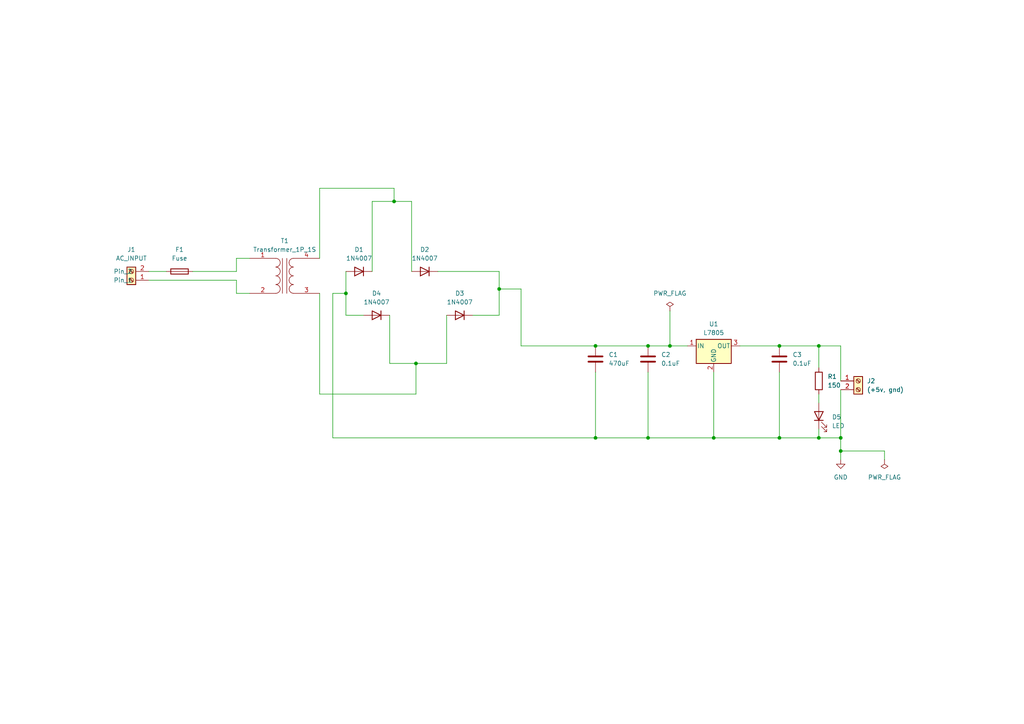
<source format=kicad_sch>
(kicad_sch
	(version 20250114)
	(generator "eeschema")
	(generator_version "9.0")
	(uuid "7ac121f9-4bd8-4c53-972f-fd111d030a6e")
	(paper "A4")
	(lib_symbols
		(symbol "+3.7v:GND"
			(power)
			(pin_numbers
				(hide yes)
			)
			(pin_names
				(offset 0)
				(hide yes)
			)
			(exclude_from_sim no)
			(in_bom yes)
			(on_board yes)
			(property "Reference" "#PWR"
				(at 0 -6.35 0)
				(effects
					(font
						(size 1.27 1.27)
					)
					(hide yes)
				)
			)
			(property "Value" "GND"
				(at 0 -3.81 0)
				(effects
					(font
						(size 1.27 1.27)
					)
				)
			)
			(property "Footprint" ""
				(at 0 0 0)
				(effects
					(font
						(size 1.27 1.27)
					)
					(hide yes)
				)
			)
			(property "Datasheet" ""
				(at 0 0 0)
				(effects
					(font
						(size 1.27 1.27)
					)
					(hide yes)
				)
			)
			(property "Description" "Power symbol creates a global label with name \"GND\" , ground"
				(at 0 0 0)
				(effects
					(font
						(size 1.27 1.27)
					)
					(hide yes)
				)
			)
			(property "ki_keywords" "global power"
				(at 0 0 0)
				(effects
					(font
						(size 1.27 1.27)
					)
					(hide yes)
				)
			)
			(symbol "GND_0_1"
				(polyline
					(pts
						(xy 0 0) (xy 0 -1.27) (xy 1.27 -1.27) (xy 0 -2.54) (xy -1.27 -1.27) (xy 0 -1.27)
					)
					(stroke
						(width 0)
						(type default)
					)
					(fill
						(type none)
					)
				)
			)
			(symbol "GND_1_1"
				(pin power_in line
					(at 0 0 270)
					(length 0)
					(name "~"
						(effects
							(font
								(size 1.27 1.27)
							)
						)
					)
					(number "1"
						(effects
							(font
								(size 1.27 1.27)
							)
						)
					)
				)
			)
			(embedded_fonts no)
		)
		(symbol "Connector:Screw_Terminal_01x02"
			(pin_names
				(offset 1.016)
				(hide yes)
			)
			(exclude_from_sim no)
			(in_bom yes)
			(on_board yes)
			(property "Reference" "J"
				(at 0 2.54 0)
				(effects
					(font
						(size 1.27 1.27)
					)
				)
			)
			(property "Value" "Screw_Terminal_01x02"
				(at 0 -5.08 0)
				(effects
					(font
						(size 1.27 1.27)
					)
				)
			)
			(property "Footprint" ""
				(at 0 0 0)
				(effects
					(font
						(size 1.27 1.27)
					)
					(hide yes)
				)
			)
			(property "Datasheet" "~"
				(at 0 0 0)
				(effects
					(font
						(size 1.27 1.27)
					)
					(hide yes)
				)
			)
			(property "Description" "Generic screw terminal, single row, 01x02, script generated (kicad-library-utils/schlib/autogen/connector/)"
				(at 0 0 0)
				(effects
					(font
						(size 1.27 1.27)
					)
					(hide yes)
				)
			)
			(property "ki_keywords" "screw terminal"
				(at 0 0 0)
				(effects
					(font
						(size 1.27 1.27)
					)
					(hide yes)
				)
			)
			(property "ki_fp_filters" "TerminalBlock*:*"
				(at 0 0 0)
				(effects
					(font
						(size 1.27 1.27)
					)
					(hide yes)
				)
			)
			(symbol "Screw_Terminal_01x02_1_1"
				(rectangle
					(start -1.27 1.27)
					(end 1.27 -3.81)
					(stroke
						(width 0.254)
						(type default)
					)
					(fill
						(type background)
					)
				)
				(polyline
					(pts
						(xy -0.5334 0.3302) (xy 0.3302 -0.508)
					)
					(stroke
						(width 0.1524)
						(type default)
					)
					(fill
						(type none)
					)
				)
				(polyline
					(pts
						(xy -0.5334 -2.2098) (xy 0.3302 -3.048)
					)
					(stroke
						(width 0.1524)
						(type default)
					)
					(fill
						(type none)
					)
				)
				(polyline
					(pts
						(xy -0.3556 0.508) (xy 0.508 -0.3302)
					)
					(stroke
						(width 0.1524)
						(type default)
					)
					(fill
						(type none)
					)
				)
				(polyline
					(pts
						(xy -0.3556 -2.032) (xy 0.508 -2.8702)
					)
					(stroke
						(width 0.1524)
						(type default)
					)
					(fill
						(type none)
					)
				)
				(circle
					(center 0 0)
					(radius 0.635)
					(stroke
						(width 0.1524)
						(type default)
					)
					(fill
						(type none)
					)
				)
				(circle
					(center 0 -2.54)
					(radius 0.635)
					(stroke
						(width 0.1524)
						(type default)
					)
					(fill
						(type none)
					)
				)
				(pin passive line
					(at -5.08 0 0)
					(length 3.81)
					(name "Pin_1"
						(effects
							(font
								(size 1.27 1.27)
							)
						)
					)
					(number "1"
						(effects
							(font
								(size 1.27 1.27)
							)
						)
					)
				)
				(pin passive line
					(at -5.08 -2.54 0)
					(length 3.81)
					(name "Pin_2"
						(effects
							(font
								(size 1.27 1.27)
							)
						)
					)
					(number "2"
						(effects
							(font
								(size 1.27 1.27)
							)
						)
					)
				)
			)
			(embedded_fonts no)
		)
		(symbol "Device:C"
			(pin_numbers
				(hide yes)
			)
			(pin_names
				(offset 0.254)
			)
			(exclude_from_sim no)
			(in_bom yes)
			(on_board yes)
			(property "Reference" "C"
				(at 0.635 2.54 0)
				(effects
					(font
						(size 1.27 1.27)
					)
					(justify left)
				)
			)
			(property "Value" "C"
				(at 0.635 -2.54 0)
				(effects
					(font
						(size 1.27 1.27)
					)
					(justify left)
				)
			)
			(property "Footprint" ""
				(at 0.9652 -3.81 0)
				(effects
					(font
						(size 1.27 1.27)
					)
					(hide yes)
				)
			)
			(property "Datasheet" "~"
				(at 0 0 0)
				(effects
					(font
						(size 1.27 1.27)
					)
					(hide yes)
				)
			)
			(property "Description" "Unpolarized capacitor"
				(at 0 0 0)
				(effects
					(font
						(size 1.27 1.27)
					)
					(hide yes)
				)
			)
			(property "ki_keywords" "cap capacitor"
				(at 0 0 0)
				(effects
					(font
						(size 1.27 1.27)
					)
					(hide yes)
				)
			)
			(property "ki_fp_filters" "C_*"
				(at 0 0 0)
				(effects
					(font
						(size 1.27 1.27)
					)
					(hide yes)
				)
			)
			(symbol "C_0_1"
				(polyline
					(pts
						(xy -2.032 0.762) (xy 2.032 0.762)
					)
					(stroke
						(width 0.508)
						(type default)
					)
					(fill
						(type none)
					)
				)
				(polyline
					(pts
						(xy -2.032 -0.762) (xy 2.032 -0.762)
					)
					(stroke
						(width 0.508)
						(type default)
					)
					(fill
						(type none)
					)
				)
			)
			(symbol "C_1_1"
				(pin passive line
					(at 0 3.81 270)
					(length 2.794)
					(name "~"
						(effects
							(font
								(size 1.27 1.27)
							)
						)
					)
					(number "1"
						(effects
							(font
								(size 1.27 1.27)
							)
						)
					)
				)
				(pin passive line
					(at 0 -3.81 90)
					(length 2.794)
					(name "~"
						(effects
							(font
								(size 1.27 1.27)
							)
						)
					)
					(number "2"
						(effects
							(font
								(size 1.27 1.27)
							)
						)
					)
				)
			)
			(embedded_fonts no)
		)
		(symbol "Device:Fuse"
			(pin_numbers
				(hide yes)
			)
			(pin_names
				(offset 0)
			)
			(exclude_from_sim no)
			(in_bom yes)
			(on_board yes)
			(property "Reference" "F"
				(at 2.032 0 90)
				(effects
					(font
						(size 1.27 1.27)
					)
				)
			)
			(property "Value" "Fuse"
				(at -1.905 0 90)
				(effects
					(font
						(size 1.27 1.27)
					)
				)
			)
			(property "Footprint" ""
				(at -1.778 0 90)
				(effects
					(font
						(size 1.27 1.27)
					)
					(hide yes)
				)
			)
			(property "Datasheet" "~"
				(at 0 0 0)
				(effects
					(font
						(size 1.27 1.27)
					)
					(hide yes)
				)
			)
			(property "Description" "Fuse"
				(at 0 0 0)
				(effects
					(font
						(size 1.27 1.27)
					)
					(hide yes)
				)
			)
			(property "ki_keywords" "fuse"
				(at 0 0 0)
				(effects
					(font
						(size 1.27 1.27)
					)
					(hide yes)
				)
			)
			(property "ki_fp_filters" "*Fuse*"
				(at 0 0 0)
				(effects
					(font
						(size 1.27 1.27)
					)
					(hide yes)
				)
			)
			(symbol "Fuse_0_1"
				(rectangle
					(start -0.762 -2.54)
					(end 0.762 2.54)
					(stroke
						(width 0.254)
						(type default)
					)
					(fill
						(type none)
					)
				)
				(polyline
					(pts
						(xy 0 2.54) (xy 0 -2.54)
					)
					(stroke
						(width 0)
						(type default)
					)
					(fill
						(type none)
					)
				)
			)
			(symbol "Fuse_1_1"
				(pin passive line
					(at 0 3.81 270)
					(length 1.27)
					(name "~"
						(effects
							(font
								(size 1.27 1.27)
							)
						)
					)
					(number "1"
						(effects
							(font
								(size 1.27 1.27)
							)
						)
					)
				)
				(pin passive line
					(at 0 -3.81 90)
					(length 1.27)
					(name "~"
						(effects
							(font
								(size 1.27 1.27)
							)
						)
					)
					(number "2"
						(effects
							(font
								(size 1.27 1.27)
							)
						)
					)
				)
			)
			(embedded_fonts no)
		)
		(symbol "Device:LED"
			(pin_numbers
				(hide yes)
			)
			(pin_names
				(offset 1.016)
				(hide yes)
			)
			(exclude_from_sim no)
			(in_bom yes)
			(on_board yes)
			(property "Reference" "D"
				(at 0 2.54 0)
				(effects
					(font
						(size 1.27 1.27)
					)
				)
			)
			(property "Value" "LED"
				(at 0 -2.54 0)
				(effects
					(font
						(size 1.27 1.27)
					)
				)
			)
			(property "Footprint" ""
				(at 0 0 0)
				(effects
					(font
						(size 1.27 1.27)
					)
					(hide yes)
				)
			)
			(property "Datasheet" "~"
				(at 0 0 0)
				(effects
					(font
						(size 1.27 1.27)
					)
					(hide yes)
				)
			)
			(property "Description" "Light emitting diode"
				(at 0 0 0)
				(effects
					(font
						(size 1.27 1.27)
					)
					(hide yes)
				)
			)
			(property "Sim.Pins" "1=K 2=A"
				(at 0 0 0)
				(effects
					(font
						(size 1.27 1.27)
					)
					(hide yes)
				)
			)
			(property "ki_keywords" "LED diode"
				(at 0 0 0)
				(effects
					(font
						(size 1.27 1.27)
					)
					(hide yes)
				)
			)
			(property "ki_fp_filters" "LED* LED_SMD:* LED_THT:*"
				(at 0 0 0)
				(effects
					(font
						(size 1.27 1.27)
					)
					(hide yes)
				)
			)
			(symbol "LED_0_1"
				(polyline
					(pts
						(xy -3.048 -0.762) (xy -4.572 -2.286) (xy -3.81 -2.286) (xy -4.572 -2.286) (xy -4.572 -1.524)
					)
					(stroke
						(width 0)
						(type default)
					)
					(fill
						(type none)
					)
				)
				(polyline
					(pts
						(xy -1.778 -0.762) (xy -3.302 -2.286) (xy -2.54 -2.286) (xy -3.302 -2.286) (xy -3.302 -1.524)
					)
					(stroke
						(width 0)
						(type default)
					)
					(fill
						(type none)
					)
				)
				(polyline
					(pts
						(xy -1.27 0) (xy 1.27 0)
					)
					(stroke
						(width 0)
						(type default)
					)
					(fill
						(type none)
					)
				)
				(polyline
					(pts
						(xy -1.27 -1.27) (xy -1.27 1.27)
					)
					(stroke
						(width 0.254)
						(type default)
					)
					(fill
						(type none)
					)
				)
				(polyline
					(pts
						(xy 1.27 -1.27) (xy 1.27 1.27) (xy -1.27 0) (xy 1.27 -1.27)
					)
					(stroke
						(width 0.254)
						(type default)
					)
					(fill
						(type none)
					)
				)
			)
			(symbol "LED_1_1"
				(pin passive line
					(at -3.81 0 0)
					(length 2.54)
					(name "K"
						(effects
							(font
								(size 1.27 1.27)
							)
						)
					)
					(number "1"
						(effects
							(font
								(size 1.27 1.27)
							)
						)
					)
				)
				(pin passive line
					(at 3.81 0 180)
					(length 2.54)
					(name "A"
						(effects
							(font
								(size 1.27 1.27)
							)
						)
					)
					(number "2"
						(effects
							(font
								(size 1.27 1.27)
							)
						)
					)
				)
			)
			(embedded_fonts no)
		)
		(symbol "Device:R"
			(pin_numbers
				(hide yes)
			)
			(pin_names
				(offset 0)
			)
			(exclude_from_sim no)
			(in_bom yes)
			(on_board yes)
			(property "Reference" "R"
				(at 2.032 0 90)
				(effects
					(font
						(size 1.27 1.27)
					)
				)
			)
			(property "Value" "R"
				(at 0 0 90)
				(effects
					(font
						(size 1.27 1.27)
					)
				)
			)
			(property "Footprint" ""
				(at -1.778 0 90)
				(effects
					(font
						(size 1.27 1.27)
					)
					(hide yes)
				)
			)
			(property "Datasheet" "~"
				(at 0 0 0)
				(effects
					(font
						(size 1.27 1.27)
					)
					(hide yes)
				)
			)
			(property "Description" "Resistor"
				(at 0 0 0)
				(effects
					(font
						(size 1.27 1.27)
					)
					(hide yes)
				)
			)
			(property "ki_keywords" "R res resistor"
				(at 0 0 0)
				(effects
					(font
						(size 1.27 1.27)
					)
					(hide yes)
				)
			)
			(property "ki_fp_filters" "R_*"
				(at 0 0 0)
				(effects
					(font
						(size 1.27 1.27)
					)
					(hide yes)
				)
			)
			(symbol "R_0_1"
				(rectangle
					(start -1.016 -2.54)
					(end 1.016 2.54)
					(stroke
						(width 0.254)
						(type default)
					)
					(fill
						(type none)
					)
				)
			)
			(symbol "R_1_1"
				(pin passive line
					(at 0 3.81 270)
					(length 1.27)
					(name "~"
						(effects
							(font
								(size 1.27 1.27)
							)
						)
					)
					(number "1"
						(effects
							(font
								(size 1.27 1.27)
							)
						)
					)
				)
				(pin passive line
					(at 0 -3.81 90)
					(length 1.27)
					(name "~"
						(effects
							(font
								(size 1.27 1.27)
							)
						)
					)
					(number "2"
						(effects
							(font
								(size 1.27 1.27)
							)
						)
					)
				)
			)
			(embedded_fonts no)
		)
		(symbol "Device:Transformer_1P_1S"
			(pin_names
				(offset 1.016)
				(hide yes)
			)
			(exclude_from_sim no)
			(in_bom yes)
			(on_board yes)
			(property "Reference" "T"
				(at 0 6.35 0)
				(effects
					(font
						(size 1.27 1.27)
					)
				)
			)
			(property "Value" "Transformer_1P_1S"
				(at 0 -7.62 0)
				(effects
					(font
						(size 1.27 1.27)
					)
				)
			)
			(property "Footprint" ""
				(at 0 0 0)
				(effects
					(font
						(size 1.27 1.27)
					)
					(hide yes)
				)
			)
			(property "Datasheet" "~"
				(at 0 0 0)
				(effects
					(font
						(size 1.27 1.27)
					)
					(hide yes)
				)
			)
			(property "Description" "Transformer, single primary, single secondary"
				(at 0 0 0)
				(effects
					(font
						(size 1.27 1.27)
					)
					(hide yes)
				)
			)
			(property "ki_keywords" "transformer coil magnet"
				(at 0 0 0)
				(effects
					(font
						(size 1.27 1.27)
					)
					(hide yes)
				)
			)
			(symbol "Transformer_1P_1S_0_1"
				(arc
					(start -1.27 3.81)
					(mid -1.656 2.9336)
					(end -2.54 2.5654)
					(stroke
						(width 0)
						(type default)
					)
					(fill
						(type none)
					)
				)
				(arc
					(start -1.27 1.27)
					(mid -1.656 0.3936)
					(end -2.54 0.0254)
					(stroke
						(width 0)
						(type default)
					)
					(fill
						(type none)
					)
				)
				(arc
					(start -1.27 -1.27)
					(mid -1.656 -2.1464)
					(end -2.54 -2.5146)
					(stroke
						(width 0)
						(type default)
					)
					(fill
						(type none)
					)
				)
				(arc
					(start -1.27 -3.81)
					(mid -1.656 -4.6864)
					(end -2.54 -5.0546)
					(stroke
						(width 0)
						(type default)
					)
					(fill
						(type none)
					)
				)
				(arc
					(start -2.54 5.08)
					(mid -1.642 4.708)
					(end -1.27 3.81)
					(stroke
						(width 0)
						(type default)
					)
					(fill
						(type none)
					)
				)
				(arc
					(start -2.54 2.54)
					(mid -1.642 2.168)
					(end -1.27 1.27)
					(stroke
						(width 0)
						(type default)
					)
					(fill
						(type none)
					)
				)
				(arc
					(start -2.54 0)
					(mid -1.642 -0.372)
					(end -1.27 -1.27)
					(stroke
						(width 0)
						(type default)
					)
					(fill
						(type none)
					)
				)
				(arc
					(start -2.54 -2.54)
					(mid -1.642 -2.912)
					(end -1.27 -3.81)
					(stroke
						(width 0)
						(type default)
					)
					(fill
						(type none)
					)
				)
				(polyline
					(pts
						(xy -0.635 5.08) (xy -0.635 -5.08)
					)
					(stroke
						(width 0)
						(type default)
					)
					(fill
						(type none)
					)
				)
				(polyline
					(pts
						(xy 0.635 -5.08) (xy 0.635 5.08)
					)
					(stroke
						(width 0)
						(type default)
					)
					(fill
						(type none)
					)
				)
				(arc
					(start 1.2954 3.81)
					(mid 1.6457 4.7117)
					(end 2.54 5.08)
					(stroke
						(width 0)
						(type default)
					)
					(fill
						(type none)
					)
				)
				(arc
					(start 1.2954 1.27)
					(mid 1.6457 2.1717)
					(end 2.54 2.54)
					(stroke
						(width 0)
						(type default)
					)
					(fill
						(type none)
					)
				)
				(arc
					(start 1.2954 -1.27)
					(mid 1.6457 -0.3683)
					(end 2.54 0)
					(stroke
						(width 0)
						(type default)
					)
					(fill
						(type none)
					)
				)
				(arc
					(start 2.54 2.5654)
					(mid 1.6599 2.9299)
					(end 1.2954 3.81)
					(stroke
						(width 0)
						(type default)
					)
					(fill
						(type none)
					)
				)
				(arc
					(start 2.54 0.0254)
					(mid 1.6599 0.3899)
					(end 1.2954 1.27)
					(stroke
						(width 0)
						(type default)
					)
					(fill
						(type none)
					)
				)
				(arc
					(start 2.54 -2.5146)
					(mid 1.6599 -2.1501)
					(end 1.2954 -1.27)
					(stroke
						(width 0)
						(type default)
					)
					(fill
						(type none)
					)
				)
				(arc
					(start 1.3208 -3.81)
					(mid 1.6711 -2.9085)
					(end 2.5654 -2.54)
					(stroke
						(width 0)
						(type default)
					)
					(fill
						(type none)
					)
				)
				(arc
					(start 2.5654 -5.0546)
					(mid 1.6851 -4.6902)
					(end 1.3208 -3.81)
					(stroke
						(width 0)
						(type default)
					)
					(fill
						(type none)
					)
				)
			)
			(symbol "Transformer_1P_1S_1_1"
				(pin passive line
					(at -10.16 5.08 0)
					(length 7.62)
					(name "AA"
						(effects
							(font
								(size 1.27 1.27)
							)
						)
					)
					(number "1"
						(effects
							(font
								(size 1.27 1.27)
							)
						)
					)
				)
				(pin passive line
					(at -10.16 -5.08 0)
					(length 7.62)
					(name "AB"
						(effects
							(font
								(size 1.27 1.27)
							)
						)
					)
					(number "2"
						(effects
							(font
								(size 1.27 1.27)
							)
						)
					)
				)
				(pin passive line
					(at 10.16 5.08 180)
					(length 7.62)
					(name "SB"
						(effects
							(font
								(size 1.27 1.27)
							)
						)
					)
					(number "4"
						(effects
							(font
								(size 1.27 1.27)
							)
						)
					)
				)
				(pin passive line
					(at 10.16 -5.08 180)
					(length 7.62)
					(name "SA"
						(effects
							(font
								(size 1.27 1.27)
							)
						)
					)
					(number "3"
						(effects
							(font
								(size 1.27 1.27)
							)
						)
					)
				)
			)
			(embedded_fonts no)
		)
		(symbol "Diode:1N4007"
			(pin_numbers
				(hide yes)
			)
			(pin_names
				(hide yes)
			)
			(exclude_from_sim no)
			(in_bom yes)
			(on_board yes)
			(property "Reference" "D"
				(at 0 2.54 0)
				(effects
					(font
						(size 1.27 1.27)
					)
				)
			)
			(property "Value" "1N4007"
				(at 0 -2.54 0)
				(effects
					(font
						(size 1.27 1.27)
					)
				)
			)
			(property "Footprint" "Diode_THT:D_DO-41_SOD81_P10.16mm_Horizontal"
				(at 0 -4.445 0)
				(effects
					(font
						(size 1.27 1.27)
					)
					(hide yes)
				)
			)
			(property "Datasheet" "http://www.vishay.com/docs/88503/1n4001.pdf"
				(at 0 0 0)
				(effects
					(font
						(size 1.27 1.27)
					)
					(hide yes)
				)
			)
			(property "Description" "1000V 1A General Purpose Rectifier Diode, DO-41"
				(at 0 0 0)
				(effects
					(font
						(size 1.27 1.27)
					)
					(hide yes)
				)
			)
			(property "Sim.Device" "D"
				(at 0 0 0)
				(effects
					(font
						(size 1.27 1.27)
					)
					(hide yes)
				)
			)
			(property "Sim.Pins" "1=K 2=A"
				(at 0 0 0)
				(effects
					(font
						(size 1.27 1.27)
					)
					(hide yes)
				)
			)
			(property "ki_keywords" "diode"
				(at 0 0 0)
				(effects
					(font
						(size 1.27 1.27)
					)
					(hide yes)
				)
			)
			(property "ki_fp_filters" "D*DO?41*"
				(at 0 0 0)
				(effects
					(font
						(size 1.27 1.27)
					)
					(hide yes)
				)
			)
			(symbol "1N4007_0_1"
				(polyline
					(pts
						(xy -1.27 1.27) (xy -1.27 -1.27)
					)
					(stroke
						(width 0.254)
						(type default)
					)
					(fill
						(type none)
					)
				)
				(polyline
					(pts
						(xy 1.27 1.27) (xy 1.27 -1.27) (xy -1.27 0) (xy 1.27 1.27)
					)
					(stroke
						(width 0.254)
						(type default)
					)
					(fill
						(type none)
					)
				)
				(polyline
					(pts
						(xy 1.27 0) (xy -1.27 0)
					)
					(stroke
						(width 0)
						(type default)
					)
					(fill
						(type none)
					)
				)
			)
			(symbol "1N4007_1_1"
				(pin passive line
					(at -3.81 0 0)
					(length 2.54)
					(name "K"
						(effects
							(font
								(size 1.27 1.27)
							)
						)
					)
					(number "1"
						(effects
							(font
								(size 1.27 1.27)
							)
						)
					)
				)
				(pin passive line
					(at 3.81 0 180)
					(length 2.54)
					(name "A"
						(effects
							(font
								(size 1.27 1.27)
							)
						)
					)
					(number "2"
						(effects
							(font
								(size 1.27 1.27)
							)
						)
					)
				)
			)
			(embedded_fonts no)
		)
		(symbol "Regulator_Linear:L7805"
			(pin_names
				(offset 0.254)
			)
			(exclude_from_sim no)
			(in_bom yes)
			(on_board yes)
			(property "Reference" "U"
				(at -3.81 3.175 0)
				(effects
					(font
						(size 1.27 1.27)
					)
				)
			)
			(property "Value" "L7805"
				(at 0 3.175 0)
				(effects
					(font
						(size 1.27 1.27)
					)
					(justify left)
				)
			)
			(property "Footprint" ""
				(at 0.635 -3.81 0)
				(effects
					(font
						(size 1.27 1.27)
						(italic yes)
					)
					(justify left)
					(hide yes)
				)
			)
			(property "Datasheet" "http://www.st.com/content/ccc/resource/technical/document/datasheet/41/4f/b3/b0/12/d4/47/88/CD00000444.pdf/files/CD00000444.pdf/jcr:content/translations/en.CD00000444.pdf"
				(at 0 -1.27 0)
				(effects
					(font
						(size 1.27 1.27)
					)
					(hide yes)
				)
			)
			(property "Description" "Positive 1.5A 35V Linear Regulator, Fixed Output 5V, TO-220/TO-263/TO-252"
				(at 0 0 0)
				(effects
					(font
						(size 1.27 1.27)
					)
					(hide yes)
				)
			)
			(property "ki_keywords" "Voltage Regulator 1.5A Positive"
				(at 0 0 0)
				(effects
					(font
						(size 1.27 1.27)
					)
					(hide yes)
				)
			)
			(property "ki_fp_filters" "TO?252* TO?263* TO?220*"
				(at 0 0 0)
				(effects
					(font
						(size 1.27 1.27)
					)
					(hide yes)
				)
			)
			(symbol "L7805_0_1"
				(rectangle
					(start -5.08 1.905)
					(end 5.08 -5.08)
					(stroke
						(width 0.254)
						(type default)
					)
					(fill
						(type background)
					)
				)
			)
			(symbol "L7805_1_1"
				(pin power_in line
					(at -7.62 0 0)
					(length 2.54)
					(name "IN"
						(effects
							(font
								(size 1.27 1.27)
							)
						)
					)
					(number "1"
						(effects
							(font
								(size 1.27 1.27)
							)
						)
					)
				)
				(pin power_in line
					(at 0 -7.62 90)
					(length 2.54)
					(name "GND"
						(effects
							(font
								(size 1.27 1.27)
							)
						)
					)
					(number "2"
						(effects
							(font
								(size 1.27 1.27)
							)
						)
					)
				)
				(pin power_out line
					(at 7.62 0 180)
					(length 2.54)
					(name "OUT"
						(effects
							(font
								(size 1.27 1.27)
							)
						)
					)
					(number "3"
						(effects
							(font
								(size 1.27 1.27)
							)
						)
					)
				)
			)
			(embedded_fonts no)
		)
		(symbol "Screw_Terminal_01x02_1"
			(pin_names
				(offset 1.016)
			)
			(exclude_from_sim no)
			(in_bom yes)
			(on_board yes)
			(property "Reference" "J"
				(at 0 2.54 0)
				(effects
					(font
						(size 1.27 1.27)
					)
				)
			)
			(property "Value" "Screw_Terminal_01x02"
				(at 0 -5.08 0)
				(effects
					(font
						(size 1.27 1.27)
					)
				)
			)
			(property "Footprint" ""
				(at 0 0 0)
				(effects
					(font
						(size 1.27 1.27)
					)
					(hide yes)
				)
			)
			(property "Datasheet" "~"
				(at 0 0 0)
				(effects
					(font
						(size 1.27 1.27)
					)
					(hide yes)
				)
			)
			(property "Description" "Generic screw terminal, single row, 01x02, script generated (kicad-library-utils/schlib/autogen/connector/)"
				(at 0 0 0)
				(effects
					(font
						(size 1.27 1.27)
					)
					(hide yes)
				)
			)
			(property "ki_keywords" "screw terminal"
				(at 0 0 0)
				(effects
					(font
						(size 1.27 1.27)
					)
					(hide yes)
				)
			)
			(property "ki_fp_filters" "TerminalBlock*:*"
				(at 0 0 0)
				(effects
					(font
						(size 1.27 1.27)
					)
					(hide yes)
				)
			)
			(symbol "Screw_Terminal_01x02_1_1_1"
				(rectangle
					(start -1.27 1.27)
					(end 1.27 -3.81)
					(stroke
						(width 0.254)
						(type default)
					)
					(fill
						(type background)
					)
				)
				(polyline
					(pts
						(xy -0.5334 0.3302) (xy 0.3302 -0.508)
					)
					(stroke
						(width 0.1524)
						(type default)
					)
					(fill
						(type none)
					)
				)
				(polyline
					(pts
						(xy -0.5334 -2.2098) (xy 0.3302 -3.048)
					)
					(stroke
						(width 0.1524)
						(type default)
					)
					(fill
						(type none)
					)
				)
				(polyline
					(pts
						(xy -0.3556 0.508) (xy 0.508 -0.3302)
					)
					(stroke
						(width 0.1524)
						(type default)
					)
					(fill
						(type none)
					)
				)
				(polyline
					(pts
						(xy -0.3556 -2.032) (xy 0.508 -2.8702)
					)
					(stroke
						(width 0.1524)
						(type default)
					)
					(fill
						(type none)
					)
				)
				(circle
					(center 0 0)
					(radius 0.635)
					(stroke
						(width 0.1524)
						(type default)
					)
					(fill
						(type none)
					)
				)
				(circle
					(center 0 -2.54)
					(radius 0.635)
					(stroke
						(width 0.1524)
						(type default)
					)
					(fill
						(type none)
					)
				)
				(pin passive line
					(at -5.08 0 0)
					(length 3.81)
					(name "Pin_1"
						(effects
							(font
								(size 1.27 1.27)
							)
						)
					)
					(number "1"
						(effects
							(font
								(size 1.27 1.27)
							)
						)
					)
				)
				(pin passive line
					(at -5.08 -2.54 0)
					(length 3.81)
					(name "Pin_2"
						(effects
							(font
								(size 1.27 1.27)
							)
						)
					)
					(number "2"
						(effects
							(font
								(size 1.27 1.27)
							)
						)
					)
				)
			)
			(embedded_fonts no)
		)
		(symbol "power:PWR_FLAG"
			(power)
			(pin_numbers
				(hide yes)
			)
			(pin_names
				(offset 0)
				(hide yes)
			)
			(exclude_from_sim no)
			(in_bom yes)
			(on_board yes)
			(property "Reference" "#FLG"
				(at 0 1.905 0)
				(effects
					(font
						(size 1.27 1.27)
					)
					(hide yes)
				)
			)
			(property "Value" "PWR_FLAG"
				(at 0 3.81 0)
				(effects
					(font
						(size 1.27 1.27)
					)
				)
			)
			(property "Footprint" ""
				(at 0 0 0)
				(effects
					(font
						(size 1.27 1.27)
					)
					(hide yes)
				)
			)
			(property "Datasheet" "~"
				(at 0 0 0)
				(effects
					(font
						(size 1.27 1.27)
					)
					(hide yes)
				)
			)
			(property "Description" "Special symbol for telling ERC where power comes from"
				(at 0 0 0)
				(effects
					(font
						(size 1.27 1.27)
					)
					(hide yes)
				)
			)
			(property "ki_keywords" "flag power"
				(at 0 0 0)
				(effects
					(font
						(size 1.27 1.27)
					)
					(hide yes)
				)
			)
			(symbol "PWR_FLAG_0_0"
				(pin power_out line
					(at 0 0 90)
					(length 0)
					(name "~"
						(effects
							(font
								(size 1.27 1.27)
							)
						)
					)
					(number "1"
						(effects
							(font
								(size 1.27 1.27)
							)
						)
					)
				)
			)
			(symbol "PWR_FLAG_0_1"
				(polyline
					(pts
						(xy 0 0) (xy 0 1.27) (xy -1.016 1.905) (xy 0 2.54) (xy 1.016 1.905) (xy 0 1.27)
					)
					(stroke
						(width 0)
						(type default)
					)
					(fill
						(type none)
					)
				)
			)
			(embedded_fonts no)
		)
	)
	(junction
		(at 226.06 127)
		(diameter 0)
		(color 0 0 0 0)
		(uuid "05aaea0d-ad1a-4a84-98ae-2e0e7a282b7e")
	)
	(junction
		(at 207.01 127)
		(diameter 0)
		(color 0 0 0 0)
		(uuid "282e1310-8d3d-45f3-9023-0c46310099c0")
	)
	(junction
		(at 194.31 100.33)
		(diameter 0)
		(color 0 0 0 0)
		(uuid "48fa48ec-73a9-4c5f-aef6-449514cf8d15")
	)
	(junction
		(at 226.06 100.33)
		(diameter 0)
		(color 0 0 0 0)
		(uuid "5e261027-956c-4e87-95bb-d63cef190de3")
	)
	(junction
		(at 114.3 58.42)
		(diameter 0)
		(color 0 0 0 0)
		(uuid "6a060e4a-4ce6-4ccf-a349-d11fb7ace9b5")
	)
	(junction
		(at 187.96 127)
		(diameter 0)
		(color 0 0 0 0)
		(uuid "7203f665-35d7-4435-9d55-9543e502842c")
	)
	(junction
		(at 237.49 100.33)
		(diameter 0)
		(color 0 0 0 0)
		(uuid "7bd8c20e-116c-4c02-ba9f-bf475405e0c2")
	)
	(junction
		(at 144.78 83.82)
		(diameter 0)
		(color 0 0 0 0)
		(uuid "7cb244c5-e640-4d92-a5fb-5b94220803c9")
	)
	(junction
		(at 243.84 127)
		(diameter 0)
		(color 0 0 0 0)
		(uuid "80e9457a-5730-484d-bd5a-ef8a5ac6e597")
	)
	(junction
		(at 243.84 130.81)
		(diameter 0)
		(color 0 0 0 0)
		(uuid "81a21f21-cbd6-45f9-8ea6-3f87602110d1")
	)
	(junction
		(at 100.33 85.09)
		(diameter 0)
		(color 0 0 0 0)
		(uuid "8a101f93-0027-42e5-a787-1beda0774a93")
	)
	(junction
		(at 237.49 127)
		(diameter 0)
		(color 0 0 0 0)
		(uuid "a0b0dad6-a964-4110-8f17-1ef914e4c618")
	)
	(junction
		(at 120.65 105.41)
		(diameter 0)
		(color 0 0 0 0)
		(uuid "a5c6d146-eef4-4786-a278-c02961814f38")
	)
	(junction
		(at 187.96 100.33)
		(diameter 0)
		(color 0 0 0 0)
		(uuid "c18e7746-b342-45e3-8916-b68e0496ea72")
	)
	(junction
		(at 172.72 127)
		(diameter 0)
		(color 0 0 0 0)
		(uuid "f3fe19f3-175c-4d16-bc7c-63ba6c18e84f")
	)
	(junction
		(at 172.72 100.33)
		(diameter 0)
		(color 0 0 0 0)
		(uuid "f95427b9-c7a5-41c1-bd14-19436b25fada")
	)
	(wire
		(pts
			(xy 120.65 105.41) (xy 113.03 105.41)
		)
		(stroke
			(width 0)
			(type default)
		)
		(uuid "001deeb0-9688-498d-994d-e105af57ad6b")
	)
	(wire
		(pts
			(xy 119.38 78.74) (xy 119.38 58.42)
		)
		(stroke
			(width 0)
			(type default)
		)
		(uuid "02a17c39-8a11-4ca1-9254-d71078e82ff3")
	)
	(wire
		(pts
			(xy 68.58 81.28) (xy 68.58 85.09)
		)
		(stroke
			(width 0)
			(type default)
		)
		(uuid "0c0b3290-63d1-4243-a6ec-bc0b4b91952e")
	)
	(wire
		(pts
			(xy 172.72 100.33) (xy 187.96 100.33)
		)
		(stroke
			(width 0)
			(type default)
		)
		(uuid "0ef21fa9-b69b-4470-bd15-f0e38daa834c")
	)
	(wire
		(pts
			(xy 172.72 107.95) (xy 172.72 127)
		)
		(stroke
			(width 0)
			(type default)
		)
		(uuid "152251e0-2e56-4701-8ef8-cadc17084cf5")
	)
	(wire
		(pts
			(xy 194.31 100.33) (xy 199.39 100.33)
		)
		(stroke
			(width 0)
			(type default)
		)
		(uuid "158b4286-d788-48c9-8d2e-5792093a5968")
	)
	(wire
		(pts
			(xy 92.71 74.93) (xy 92.71 54.61)
		)
		(stroke
			(width 0)
			(type default)
		)
		(uuid "177d11b2-3be7-44c9-9329-773fa30e248c")
	)
	(wire
		(pts
			(xy 144.78 91.44) (xy 137.16 91.44)
		)
		(stroke
			(width 0)
			(type default)
		)
		(uuid "1a9b74ea-58d3-44a4-be1c-0669deabb942")
	)
	(wire
		(pts
			(xy 100.33 85.09) (xy 96.52 85.09)
		)
		(stroke
			(width 0)
			(type default)
		)
		(uuid "1e2434a1-83cc-4184-8106-7c4692532a57")
	)
	(wire
		(pts
			(xy 207.01 107.95) (xy 207.01 127)
		)
		(stroke
			(width 0)
			(type default)
		)
		(uuid "227a3874-92c9-44aa-8016-ffda4016d2b7")
	)
	(wire
		(pts
			(xy 214.63 100.33) (xy 226.06 100.33)
		)
		(stroke
			(width 0)
			(type default)
		)
		(uuid "23cb4143-9c3f-432e-9680-62c319fbe0a9")
	)
	(wire
		(pts
			(xy 113.03 91.44) (xy 113.03 105.41)
		)
		(stroke
			(width 0)
			(type default)
		)
		(uuid "2b7b6a9a-7a75-4aeb-bec6-cceabfe62ced")
	)
	(wire
		(pts
			(xy 237.49 100.33) (xy 237.49 106.68)
		)
		(stroke
			(width 0)
			(type default)
		)
		(uuid "32669e4b-9bec-4660-9159-813d68f8e4b6")
	)
	(wire
		(pts
			(xy 172.72 127) (xy 187.96 127)
		)
		(stroke
			(width 0)
			(type default)
		)
		(uuid "372058c1-6960-4691-9649-111c7efda617")
	)
	(wire
		(pts
			(xy 68.58 78.74) (xy 68.58 74.93)
		)
		(stroke
			(width 0)
			(type default)
		)
		(uuid "380959e5-1d6c-44cb-9fc1-e9ae6eddf004")
	)
	(wire
		(pts
			(xy 96.52 127) (xy 172.72 127)
		)
		(stroke
			(width 0)
			(type default)
		)
		(uuid "3db023c7-f5ee-4ed3-8ddf-256a52bc7148")
	)
	(wire
		(pts
			(xy 100.33 85.09) (xy 100.33 91.44)
		)
		(stroke
			(width 0)
			(type default)
		)
		(uuid "3e869353-f450-4b5e-b724-7b295e82f7d4")
	)
	(wire
		(pts
			(xy 151.13 83.82) (xy 151.13 100.33)
		)
		(stroke
			(width 0)
			(type default)
		)
		(uuid "3e8b3314-dae1-4e0f-90e7-070cc12eae26")
	)
	(wire
		(pts
			(xy 43.18 78.74) (xy 48.26 78.74)
		)
		(stroke
			(width 0)
			(type default)
		)
		(uuid "500da4e5-b9ff-437b-8216-bcb44b028ec8")
	)
	(wire
		(pts
			(xy 243.84 100.33) (xy 237.49 100.33)
		)
		(stroke
			(width 0)
			(type default)
		)
		(uuid "5203d5de-4f1f-43f6-9bd9-5d00d0c51236")
	)
	(wire
		(pts
			(xy 237.49 114.3) (xy 237.49 116.84)
		)
		(stroke
			(width 0)
			(type default)
		)
		(uuid "5443dde0-496f-4457-b8f6-53aaff1aef28")
	)
	(wire
		(pts
			(xy 256.54 133.35) (xy 256.54 130.81)
		)
		(stroke
			(width 0)
			(type default)
		)
		(uuid "59483988-ba19-4424-9ac4-ae2d87c48a1e")
	)
	(wire
		(pts
			(xy 92.71 114.3) (xy 120.65 114.3)
		)
		(stroke
			(width 0)
			(type default)
		)
		(uuid "6010a3fd-3735-4a5b-9ee8-53c71f0216a6")
	)
	(wire
		(pts
			(xy 187.96 100.33) (xy 194.31 100.33)
		)
		(stroke
			(width 0)
			(type default)
		)
		(uuid "63734122-4f87-4532-adc2-77a2bfaa4e3f")
	)
	(wire
		(pts
			(xy 127 78.74) (xy 144.78 78.74)
		)
		(stroke
			(width 0)
			(type default)
		)
		(uuid "6ba1f331-3dc4-4ea9-a91b-a5aa8e7c1d71")
	)
	(wire
		(pts
			(xy 114.3 58.42) (xy 107.95 58.42)
		)
		(stroke
			(width 0)
			(type default)
		)
		(uuid "6fbd9ff8-a874-443c-ad6d-0413e7f053e3")
	)
	(wire
		(pts
			(xy 243.84 110.49) (xy 243.84 100.33)
		)
		(stroke
			(width 0)
			(type default)
		)
		(uuid "759f7bc5-465d-4d51-b42e-53ee190a3ac0")
	)
	(wire
		(pts
			(xy 100.33 78.74) (xy 100.33 85.09)
		)
		(stroke
			(width 0)
			(type default)
		)
		(uuid "77286d49-5502-4f45-87ac-0add36cd7709")
	)
	(wire
		(pts
			(xy 120.65 114.3) (xy 120.65 105.41)
		)
		(stroke
			(width 0)
			(type default)
		)
		(uuid "777b9512-24aa-4a20-952e-d9355dd588ec")
	)
	(wire
		(pts
			(xy 187.96 127) (xy 207.01 127)
		)
		(stroke
			(width 0)
			(type default)
		)
		(uuid "848bd43d-11d9-4b9e-a726-d96a11862868")
	)
	(wire
		(pts
			(xy 43.18 81.28) (xy 68.58 81.28)
		)
		(stroke
			(width 0)
			(type default)
		)
		(uuid "8528258b-19c1-4f3a-b11b-4586df134bb1")
	)
	(wire
		(pts
			(xy 129.54 91.44) (xy 129.54 105.41)
		)
		(stroke
			(width 0)
			(type default)
		)
		(uuid "85e70297-cdcb-4da0-b370-db3d2168d291")
	)
	(wire
		(pts
			(xy 256.54 130.81) (xy 243.84 130.81)
		)
		(stroke
			(width 0)
			(type default)
		)
		(uuid "861f9d4b-35c6-4b96-81cf-22da03d953fe")
	)
	(wire
		(pts
			(xy 226.06 127) (xy 237.49 127)
		)
		(stroke
			(width 0)
			(type default)
		)
		(uuid "8b849b6e-dada-4720-8963-99dbe66871dd")
	)
	(wire
		(pts
			(xy 68.58 85.09) (xy 72.39 85.09)
		)
		(stroke
			(width 0)
			(type default)
		)
		(uuid "9245269a-f280-463c-9b4a-5614d0d60ffa")
	)
	(wire
		(pts
			(xy 194.31 90.17) (xy 194.31 100.33)
		)
		(stroke
			(width 0)
			(type default)
		)
		(uuid "977172a8-9d78-4154-8791-7de4778781a9")
	)
	(wire
		(pts
			(xy 207.01 127) (xy 226.06 127)
		)
		(stroke
			(width 0)
			(type default)
		)
		(uuid "9791d69a-d330-47c6-bdfc-c82ce6103216")
	)
	(wire
		(pts
			(xy 107.95 58.42) (xy 107.95 78.74)
		)
		(stroke
			(width 0)
			(type default)
		)
		(uuid "9e115e47-9d43-4089-8577-f35ff235355d")
	)
	(wire
		(pts
			(xy 144.78 83.82) (xy 144.78 91.44)
		)
		(stroke
			(width 0)
			(type default)
		)
		(uuid "a2c9c9a3-2984-411a-960b-3ef2349f3c70")
	)
	(wire
		(pts
			(xy 129.54 105.41) (xy 120.65 105.41)
		)
		(stroke
			(width 0)
			(type default)
		)
		(uuid "b2053afe-b4a4-4cb0-b5bc-cc16238f8ab9")
	)
	(wire
		(pts
			(xy 100.33 91.44) (xy 105.41 91.44)
		)
		(stroke
			(width 0)
			(type default)
		)
		(uuid "b214b1fa-9fa2-407f-b2cc-e2fa6ee86635")
	)
	(wire
		(pts
			(xy 92.71 85.09) (xy 92.71 114.3)
		)
		(stroke
			(width 0)
			(type default)
		)
		(uuid "b648dd0a-d48e-44cb-b627-b84e0da4a007")
	)
	(wire
		(pts
			(xy 243.84 113.03) (xy 243.84 127)
		)
		(stroke
			(width 0)
			(type default)
		)
		(uuid "b6dc3c81-bc52-491f-a0f8-df3f5465aa0e")
	)
	(wire
		(pts
			(xy 144.78 78.74) (xy 144.78 83.82)
		)
		(stroke
			(width 0)
			(type default)
		)
		(uuid "b801237e-75ad-4c7d-a1e8-ae3425a5d3b6")
	)
	(wire
		(pts
			(xy 119.38 58.42) (xy 114.3 58.42)
		)
		(stroke
			(width 0)
			(type default)
		)
		(uuid "c52b8a70-765f-4aec-8d9c-1081135dd059")
	)
	(wire
		(pts
			(xy 226.06 107.95) (xy 226.06 127)
		)
		(stroke
			(width 0)
			(type default)
		)
		(uuid "c64a1887-a307-41bd-9f20-68569c7fd5b1")
	)
	(wire
		(pts
			(xy 237.49 127) (xy 243.84 127)
		)
		(stroke
			(width 0)
			(type default)
		)
		(uuid "ce84d1b4-fe01-473a-9542-3171676a59a9")
	)
	(wire
		(pts
			(xy 187.96 107.95) (xy 187.96 127)
		)
		(stroke
			(width 0)
			(type default)
		)
		(uuid "ced2ea66-d964-4010-8b59-de385ef87a4e")
	)
	(wire
		(pts
			(xy 144.78 83.82) (xy 151.13 83.82)
		)
		(stroke
			(width 0)
			(type default)
		)
		(uuid "d4b5634d-18dc-4b55-be2a-521de475737c")
	)
	(wire
		(pts
			(xy 96.52 85.09) (xy 96.52 127)
		)
		(stroke
			(width 0)
			(type default)
		)
		(uuid "d555e3f6-98ed-4669-8341-44bc7081ddc9")
	)
	(wire
		(pts
			(xy 114.3 54.61) (xy 114.3 58.42)
		)
		(stroke
			(width 0)
			(type default)
		)
		(uuid "d57b020b-ca50-42d8-bc1e-190f587e2ca5")
	)
	(wire
		(pts
			(xy 237.49 100.33) (xy 226.06 100.33)
		)
		(stroke
			(width 0)
			(type default)
		)
		(uuid "d58bc26a-41d5-4f76-91f0-65ba2527d999")
	)
	(wire
		(pts
			(xy 243.84 127) (xy 243.84 130.81)
		)
		(stroke
			(width 0)
			(type default)
		)
		(uuid "df1ee36b-b27f-4e38-9b21-d2e32c1565d8")
	)
	(wire
		(pts
			(xy 237.49 124.46) (xy 237.49 127)
		)
		(stroke
			(width 0)
			(type default)
		)
		(uuid "e179c042-c96b-4ebb-9c47-e1599becdc32")
	)
	(wire
		(pts
			(xy 55.88 78.74) (xy 68.58 78.74)
		)
		(stroke
			(width 0)
			(type default)
		)
		(uuid "e67378a4-fa55-4a2c-9d3e-297948061fe0")
	)
	(wire
		(pts
			(xy 243.84 130.81) (xy 243.84 133.35)
		)
		(stroke
			(width 0)
			(type default)
		)
		(uuid "e8c0f820-f5ed-4458-81cd-13df951c9be3")
	)
	(wire
		(pts
			(xy 151.13 100.33) (xy 172.72 100.33)
		)
		(stroke
			(width 0)
			(type default)
		)
		(uuid "f28ee491-1676-4ead-bcd7-c6a56599e5e8")
	)
	(wire
		(pts
			(xy 92.71 54.61) (xy 114.3 54.61)
		)
		(stroke
			(width 0)
			(type default)
		)
		(uuid "f690ccb7-336f-4a90-831f-f43bb6e0c08c")
	)
	(wire
		(pts
			(xy 68.58 74.93) (xy 72.39 74.93)
		)
		(stroke
			(width 0)
			(type default)
		)
		(uuid "f88b6c1e-527a-4b7e-86d4-132a46a2eb42")
	)
	(symbol
		(lib_id "Device:LED")
		(at 237.49 120.65 90)
		(unit 1)
		(exclude_from_sim no)
		(in_bom yes)
		(on_board yes)
		(dnp no)
		(fields_autoplaced yes)
		(uuid "1bfd287e-a0f3-46f6-aee9-f099ff04f319")
		(property "Reference" "D5"
			(at 241.3 120.9674 90)
			(effects
				(font
					(size 1.27 1.27)
				)
				(justify right)
			)
		)
		(property "Value" "LED"
			(at 241.3 123.5074 90)
			(effects
				(font
					(size 1.27 1.27)
				)
				(justify right)
			)
		)
		(property "Footprint" "LED_THT:LED_D3.0mm"
			(at 237.49 120.65 0)
			(effects
				(font
					(size 1.27 1.27)
				)
				(hide yes)
			)
		)
		(property "Datasheet" "~"
			(at 237.49 120.65 0)
			(effects
				(font
					(size 1.27 1.27)
				)
				(hide yes)
			)
		)
		(property "Description" "Light emitting diode"
			(at 237.49 120.65 0)
			(effects
				(font
					(size 1.27 1.27)
				)
				(hide yes)
			)
		)
		(property "Sim.Pins" "1=K 2=A"
			(at 237.49 120.65 0)
			(effects
				(font
					(size 1.27 1.27)
				)
				(hide yes)
			)
		)
		(pin "1"
			(uuid "45c27895-b268-43e2-8db3-6c1bc1374855")
		)
		(pin "2"
			(uuid "27e4bcc5-6c5b-4006-8f19-b1e48587e1f6")
		)
		(instances
			(project ""
				(path "/7ac121f9-4bd8-4c53-972f-fd111d030a6e"
					(reference "D5")
					(unit 1)
				)
			)
		)
	)
	(symbol
		(lib_id "Device:C")
		(at 172.72 104.14 0)
		(unit 1)
		(exclude_from_sim no)
		(in_bom yes)
		(on_board yes)
		(dnp no)
		(fields_autoplaced yes)
		(uuid "26d7c20d-a5eb-48ae-bd76-0cff287c3f92")
		(property "Reference" "C1"
			(at 176.53 102.8699 0)
			(effects
				(font
					(size 1.27 1.27)
				)
				(justify left)
			)
		)
		(property "Value" "470uF"
			(at 176.53 105.4099 0)
			(effects
				(font
					(size 1.27 1.27)
				)
				(justify left)
			)
		)
		(property "Footprint" "Capacitor_THT:CP_Radial_D6.3mm_P2.50mm"
			(at 173.6852 107.95 0)
			(effects
				(font
					(size 1.27 1.27)
				)
				(hide yes)
			)
		)
		(property "Datasheet" "~"
			(at 172.72 104.14 0)
			(effects
				(font
					(size 1.27 1.27)
				)
				(hide yes)
			)
		)
		(property "Description" "Unpolarized capacitor"
			(at 172.72 104.14 0)
			(effects
				(font
					(size 1.27 1.27)
				)
				(hide yes)
			)
		)
		(pin "2"
			(uuid "52921884-eab6-4827-90d6-89e283406c57")
		)
		(pin "1"
			(uuid "5ba5d755-491f-4589-9172-826c303dcb98")
		)
		(instances
			(project ""
				(path "/7ac121f9-4bd8-4c53-972f-fd111d030a6e"
					(reference "C1")
					(unit 1)
				)
			)
		)
	)
	(symbol
		(lib_id "power:PWR_FLAG")
		(at 194.31 90.17 0)
		(unit 1)
		(exclude_from_sim no)
		(in_bom yes)
		(on_board yes)
		(dnp no)
		(fields_autoplaced yes)
		(uuid "3591190d-a809-4972-8cfb-84bfe616fe24")
		(property "Reference" "#FLG01"
			(at 194.31 88.265 0)
			(effects
				(font
					(size 1.27 1.27)
				)
				(hide yes)
			)
		)
		(property "Value" "PWR_FLAG"
			(at 194.31 85.09 0)
			(effects
				(font
					(size 1.27 1.27)
				)
			)
		)
		(property "Footprint" ""
			(at 194.31 90.17 0)
			(effects
				(font
					(size 1.27 1.27)
				)
				(hide yes)
			)
		)
		(property "Datasheet" "~"
			(at 194.31 90.17 0)
			(effects
				(font
					(size 1.27 1.27)
				)
				(hide yes)
			)
		)
		(property "Description" "Special symbol for telling ERC where power comes from"
			(at 194.31 90.17 0)
			(effects
				(font
					(size 1.27 1.27)
				)
				(hide yes)
			)
		)
		(pin "1"
			(uuid "8fb16302-92c4-47ac-8730-bf20a360c248")
		)
		(instances
			(project ""
				(path "/7ac121f9-4bd8-4c53-972f-fd111d030a6e"
					(reference "#FLG01")
					(unit 1)
				)
			)
		)
	)
	(symbol
		(lib_id "Device:R")
		(at 237.49 110.49 0)
		(unit 1)
		(exclude_from_sim no)
		(in_bom yes)
		(on_board yes)
		(dnp no)
		(fields_autoplaced yes)
		(uuid "39a75155-10ad-46ca-ab7a-d34a3baa54d5")
		(property "Reference" "R1"
			(at 240.03 109.2199 0)
			(effects
				(font
					(size 1.27 1.27)
				)
				(justify left)
			)
		)
		(property "Value" "150"
			(at 240.03 111.7599 0)
			(effects
				(font
					(size 1.27 1.27)
				)
				(justify left)
			)
		)
		(property "Footprint" "Resistor_THT:R_Axial_DIN0204_L3.6mm_D1.6mm_P1.90mm_Vertical"
			(at 235.712 110.49 90)
			(effects
				(font
					(size 1.27 1.27)
				)
				(hide yes)
			)
		)
		(property "Datasheet" "~"
			(at 237.49 110.49 0)
			(effects
				(font
					(size 1.27 1.27)
				)
				(hide yes)
			)
		)
		(property "Description" "Resistor"
			(at 237.49 110.49 0)
			(effects
				(font
					(size 1.27 1.27)
				)
				(hide yes)
			)
		)
		(pin "2"
			(uuid "dcb4a0a9-5823-4c22-b909-d3c0cea0a64e")
		)
		(pin "1"
			(uuid "a398a3d5-772b-4f77-ab9a-8b469cb391b9")
		)
		(instances
			(project ""
				(path "/7ac121f9-4bd8-4c53-972f-fd111d030a6e"
					(reference "R1")
					(unit 1)
				)
			)
		)
	)
	(symbol
		(lib_id "Connector:Screw_Terminal_01x02")
		(at 248.92 110.49 0)
		(unit 1)
		(exclude_from_sim no)
		(in_bom yes)
		(on_board yes)
		(dnp no)
		(fields_autoplaced yes)
		(uuid "69b3b3b1-0be8-4d03-b144-8ea9ae1c4c77")
		(property "Reference" "J2"
			(at 251.46 110.4899 0)
			(effects
				(font
					(size 1.27 1.27)
				)
				(justify left)
			)
		)
		(property "Value" "(+5v, gnd)"
			(at 251.46 113.0299 0)
			(effects
				(font
					(size 1.27 1.27)
				)
				(justify left)
			)
		)
		(property "Footprint" "TerminalBlock:TerminalBlock_MaiXu_MX126-5.0-02P_1x02_P5.00mm"
			(at 248.92 110.49 0)
			(effects
				(font
					(size 1.27 1.27)
				)
				(hide yes)
			)
		)
		(property "Datasheet" "~"
			(at 248.92 110.49 0)
			(effects
				(font
					(size 1.27 1.27)
				)
				(hide yes)
			)
		)
		(property "Description" "Generic screw terminal, single row, 01x02, script generated (kicad-library-utils/schlib/autogen/connector/)"
			(at 248.92 110.49 0)
			(effects
				(font
					(size 1.27 1.27)
				)
				(hide yes)
			)
		)
		(pin "1"
			(uuid "970c7bd8-cc6b-40e3-9fa8-c541aa959bea")
		)
		(pin "2"
			(uuid "94d1f371-d551-4270-90a0-1ebf5b2a2fe3")
		)
		(instances
			(project "5V regulated power supply pcb"
				(path "/7ac121f9-4bd8-4c53-972f-fd111d030a6e"
					(reference "J2")
					(unit 1)
				)
			)
		)
	)
	(symbol
		(lib_id "Device:Transformer_1P_1S")
		(at 82.55 80.01 0)
		(unit 1)
		(exclude_from_sim no)
		(in_bom yes)
		(on_board yes)
		(dnp no)
		(fields_autoplaced yes)
		(uuid "71fc628a-a137-45b0-a345-6a2ca852b2ff")
		(property "Reference" "T1"
			(at 82.5627 69.85 0)
			(effects
				(font
					(size 1.27 1.27)
				)
			)
		)
		(property "Value" "Transformer_1P_1S"
			(at 82.5627 72.39 0)
			(effects
				(font
					(size 1.27 1.27)
				)
			)
		)
		(property "Footprint" "Transformer_THT:Transformer_CHK_EI30-2VA_1xSec"
			(at 82.55 80.01 0)
			(effects
				(font
					(size 1.27 1.27)
				)
				(hide yes)
			)
		)
		(property "Datasheet" "~"
			(at 82.55 80.01 0)
			(effects
				(font
					(size 1.27 1.27)
				)
				(hide yes)
			)
		)
		(property "Description" "Transformer, single primary, single secondary"
			(at 82.55 80.01 0)
			(effects
				(font
					(size 1.27 1.27)
				)
				(hide yes)
			)
		)
		(pin "3"
			(uuid "de7c27e6-e243-4b33-8281-b7688400ec33")
		)
		(pin "1"
			(uuid "a6085340-2080-4d3f-8a8e-1e30c9a7ba44")
		)
		(pin "2"
			(uuid "f9079eef-10ad-4a1b-bbdf-4b2a68757bba")
		)
		(pin "4"
			(uuid "273c7492-47b1-4ebc-9a65-534f955e6eb9")
		)
		(instances
			(project ""
				(path "/7ac121f9-4bd8-4c53-972f-fd111d030a6e"
					(reference "T1")
					(unit 1)
				)
			)
		)
	)
	(symbol
		(lib_id "Diode:1N4007")
		(at 123.19 78.74 180)
		(unit 1)
		(exclude_from_sim no)
		(in_bom yes)
		(on_board yes)
		(dnp no)
		(fields_autoplaced yes)
		(uuid "915d7af2-7f8b-497f-8b93-0f48c79da435")
		(property "Reference" "D2"
			(at 123.19 72.39 0)
			(effects
				(font
					(size 1.27 1.27)
				)
			)
		)
		(property "Value" "1N4007"
			(at 123.19 74.93 0)
			(effects
				(font
					(size 1.27 1.27)
				)
			)
		)
		(property "Footprint" "Diode_THT:D_DO-41_SOD81_P10.16mm_Horizontal"
			(at 123.19 74.295 0)
			(effects
				(font
					(size 1.27 1.27)
				)
				(hide yes)
			)
		)
		(property "Datasheet" "http://www.vishay.com/docs/88503/1n4001.pdf"
			(at 123.19 78.74 0)
			(effects
				(font
					(size 1.27 1.27)
				)
				(hide yes)
			)
		)
		(property "Description" "1000V 1A General Purpose Rectifier Diode, DO-41"
			(at 123.19 78.74 0)
			(effects
				(font
					(size 1.27 1.27)
				)
				(hide yes)
			)
		)
		(property "Sim.Device" "D"
			(at 123.19 78.74 0)
			(effects
				(font
					(size 1.27 1.27)
				)
				(hide yes)
			)
		)
		(property "Sim.Pins" "1=K 2=A"
			(at 123.19 78.74 0)
			(effects
				(font
					(size 1.27 1.27)
				)
				(hide yes)
			)
		)
		(pin "1"
			(uuid "00061dd4-e2a4-41a4-9a9c-0cd11489b9a3")
		)
		(pin "2"
			(uuid "3768baeb-2206-460e-a61d-fb281e319dd0")
		)
		(instances
			(project "5V regulated power supply pcb"
				(path "/7ac121f9-4bd8-4c53-972f-fd111d030a6e"
					(reference "D2")
					(unit 1)
				)
			)
		)
	)
	(symbol
		(lib_id "power:PWR_FLAG")
		(at 256.54 133.35 180)
		(unit 1)
		(exclude_from_sim no)
		(in_bom yes)
		(on_board yes)
		(dnp no)
		(fields_autoplaced yes)
		(uuid "941f5e77-82c4-40f4-ade2-fe4bed5e2cb4")
		(property "Reference" "#FLG02"
			(at 256.54 135.255 0)
			(effects
				(font
					(size 1.27 1.27)
				)
				(hide yes)
			)
		)
		(property "Value" "PWR_FLAG"
			(at 256.54 138.43 0)
			(effects
				(font
					(size 1.27 1.27)
				)
			)
		)
		(property "Footprint" ""
			(at 256.54 133.35 0)
			(effects
				(font
					(size 1.27 1.27)
				)
				(hide yes)
			)
		)
		(property "Datasheet" "~"
			(at 256.54 133.35 0)
			(effects
				(font
					(size 1.27 1.27)
				)
				(hide yes)
			)
		)
		(property "Description" "Special symbol for telling ERC where power comes from"
			(at 256.54 133.35 0)
			(effects
				(font
					(size 1.27 1.27)
				)
				(hide yes)
			)
		)
		(pin "1"
			(uuid "fce792fb-c364-42c7-b737-da54b136dee7")
		)
		(instances
			(project "5V regulated power supply pcb"
				(path "/7ac121f9-4bd8-4c53-972f-fd111d030a6e"
					(reference "#FLG02")
					(unit 1)
				)
			)
		)
	)
	(symbol
		(lib_id "+3.7v:GND")
		(at 243.84 133.35 0)
		(unit 1)
		(exclude_from_sim no)
		(in_bom yes)
		(on_board yes)
		(dnp no)
		(fields_autoplaced yes)
		(uuid "9d682091-6fca-4cca-9c47-513cf25c1358")
		(property "Reference" "#PWR01"
			(at 243.84 139.7 0)
			(effects
				(font
					(size 1.27 1.27)
				)
				(hide yes)
			)
		)
		(property "Value" "GND"
			(at 243.84 138.43 0)
			(effects
				(font
					(size 1.27 1.27)
				)
			)
		)
		(property "Footprint" ""
			(at 243.84 133.35 0)
			(effects
				(font
					(size 1.27 1.27)
				)
				(hide yes)
			)
		)
		(property "Datasheet" ""
			(at 243.84 133.35 0)
			(effects
				(font
					(size 1.27 1.27)
				)
				(hide yes)
			)
		)
		(property "Description" "Power symbol creates a global label with name \"GND\" , ground"
			(at 243.84 133.35 0)
			(effects
				(font
					(size 1.27 1.27)
				)
				(hide yes)
			)
		)
		(pin "1"
			(uuid "1bf7f2b0-f5fc-4b23-aed5-3f368c189ea5")
		)
		(instances
			(project ""
				(path "/7ac121f9-4bd8-4c53-972f-fd111d030a6e"
					(reference "#PWR01")
					(unit 1)
				)
			)
		)
	)
	(symbol
		(lib_name "Screw_Terminal_01x02_1")
		(lib_id "Connector:Screw_Terminal_01x02")
		(at 38.1 81.28 180)
		(unit 1)
		(exclude_from_sim no)
		(in_bom yes)
		(on_board yes)
		(dnp no)
		(fields_autoplaced yes)
		(uuid "adbbaf78-55b2-454c-98c4-fa0ea4666610")
		(property "Reference" "J1"
			(at 38.1 72.39 0)
			(effects
				(font
					(size 1.27 1.27)
				)
			)
		)
		(property "Value" "AC_INPUT"
			(at 38.1 74.93 0)
			(effects
				(font
					(size 1.27 1.27)
				)
			)
		)
		(property "Footprint" "TerminalBlock:TerminalBlock_MaiXu_MX126-5.0-02P_1x02_P5.00mm"
			(at 38.1 81.28 0)
			(effects
				(font
					(size 1.27 1.27)
				)
				(hide yes)
			)
		)
		(property "Datasheet" "~"
			(at 38.1 81.28 0)
			(effects
				(font
					(size 1.27 1.27)
				)
				(hide yes)
			)
		)
		(property "Description" "Generic screw terminal, single row, 01x02, script generated (kicad-library-utils/schlib/autogen/connector/)"
			(at 38.1 81.28 0)
			(effects
				(font
					(size 1.27 1.27)
				)
				(hide yes)
			)
		)
		(pin "1"
			(uuid "a06ba443-bee8-489c-a42a-f55cebb0da2c")
		)
		(pin "2"
			(uuid "13ee35b5-393f-4859-8dde-0133a8dbe1ac")
		)
		(instances
			(project ""
				(path "/7ac121f9-4bd8-4c53-972f-fd111d030a6e"
					(reference "J1")
					(unit 1)
				)
			)
		)
	)
	(symbol
		(lib_id "Regulator_Linear:L7805")
		(at 207.01 100.33 0)
		(unit 1)
		(exclude_from_sim no)
		(in_bom yes)
		(on_board yes)
		(dnp no)
		(fields_autoplaced yes)
		(uuid "bd44d2bd-ecd9-4b0f-bab7-85259c4d5d7a")
		(property "Reference" "U1"
			(at 207.01 93.98 0)
			(effects
				(font
					(size 1.27 1.27)
				)
			)
		)
		(property "Value" "L7805"
			(at 207.01 96.52 0)
			(effects
				(font
					(size 1.27 1.27)
				)
			)
		)
		(property "Footprint" "Package_TO_SOT_THT:TO-220-3_Vertical"
			(at 207.645 104.14 0)
			(effects
				(font
					(size 1.27 1.27)
					(italic yes)
				)
				(justify left)
				(hide yes)
			)
		)
		(property "Datasheet" "http://www.st.com/content/ccc/resource/technical/document/datasheet/41/4f/b3/b0/12/d4/47/88/CD00000444.pdf/files/CD00000444.pdf/jcr:content/translations/en.CD00000444.pdf"
			(at 207.01 101.6 0)
			(effects
				(font
					(size 1.27 1.27)
				)
				(hide yes)
			)
		)
		(property "Description" "Positive 1.5A 35V Linear Regulator, Fixed Output 5V, TO-220/TO-263/TO-252"
			(at 207.01 100.33 0)
			(effects
				(font
					(size 1.27 1.27)
				)
				(hide yes)
			)
		)
		(pin "2"
			(uuid "ebab519b-66e6-4b72-b991-133e49b46d7d")
		)
		(pin "3"
			(uuid "520da401-ad93-45f2-a220-6f2fccbbd79b")
		)
		(pin "1"
			(uuid "c380b3cb-047a-4dfc-a2de-20ddcd1a89a2")
		)
		(instances
			(project ""
				(path "/7ac121f9-4bd8-4c53-972f-fd111d030a6e"
					(reference "U1")
					(unit 1)
				)
			)
		)
	)
	(symbol
		(lib_id "Device:C")
		(at 226.06 104.14 0)
		(unit 1)
		(exclude_from_sim no)
		(in_bom yes)
		(on_board yes)
		(dnp no)
		(fields_autoplaced yes)
		(uuid "c031a473-1eae-47de-91b0-d2e6d07766a3")
		(property "Reference" "C3"
			(at 229.87 102.8699 0)
			(effects
				(font
					(size 1.27 1.27)
				)
				(justify left)
			)
		)
		(property "Value" "0.1uF"
			(at 229.87 105.4099 0)
			(effects
				(font
					(size 1.27 1.27)
				)
				(justify left)
			)
		)
		(property "Footprint" "Capacitor_THT:CP_Radial_D6.3mm_P2.50mm"
			(at 227.0252 107.95 0)
			(effects
				(font
					(size 1.27 1.27)
				)
				(hide yes)
			)
		)
		(property "Datasheet" "~"
			(at 226.06 104.14 0)
			(effects
				(font
					(size 1.27 1.27)
				)
				(hide yes)
			)
		)
		(property "Description" "Unpolarized capacitor"
			(at 226.06 104.14 0)
			(effects
				(font
					(size 1.27 1.27)
				)
				(hide yes)
			)
		)
		(pin "2"
			(uuid "40db13eb-5e34-49d3-a2f5-8e858ae6a669")
		)
		(pin "1"
			(uuid "8073aed8-1690-4726-a275-42150766c4aa")
		)
		(instances
			(project "5V regulated power supply pcb"
				(path "/7ac121f9-4bd8-4c53-972f-fd111d030a6e"
					(reference "C3")
					(unit 1)
				)
			)
		)
	)
	(symbol
		(lib_id "Device:Fuse")
		(at 52.07 78.74 90)
		(unit 1)
		(exclude_from_sim no)
		(in_bom yes)
		(on_board yes)
		(dnp no)
		(fields_autoplaced yes)
		(uuid "c05322d2-4b5b-4402-938b-53f4fd7f140a")
		(property "Reference" "F1"
			(at 52.07 72.39 90)
			(effects
				(font
					(size 1.27 1.27)
				)
			)
		)
		(property "Value" "Fuse"
			(at 52.07 74.93 90)
			(effects
				(font
					(size 1.27 1.27)
				)
			)
		)
		(property "Footprint" "Fuse:Fuseholder_Cylinder-5x20mm_Bulgin_FX0457_Horizontal_Closed"
			(at 52.07 80.518 90)
			(effects
				(font
					(size 1.27 1.27)
				)
				(hide yes)
			)
		)
		(property "Datasheet" "~"
			(at 52.07 78.74 0)
			(effects
				(font
					(size 1.27 1.27)
				)
				(hide yes)
			)
		)
		(property "Description" "Fuse"
			(at 52.07 78.74 0)
			(effects
				(font
					(size 1.27 1.27)
				)
				(hide yes)
			)
		)
		(pin "1"
			(uuid "b63ab44c-424c-4579-8f54-bb6c74c5698a")
		)
		(pin "2"
			(uuid "6cc22073-8d80-4fc5-941e-e8492aeea799")
		)
		(instances
			(project ""
				(path "/7ac121f9-4bd8-4c53-972f-fd111d030a6e"
					(reference "F1")
					(unit 1)
				)
			)
		)
	)
	(symbol
		(lib_id "Diode:1N4007")
		(at 109.22 91.44 180)
		(unit 1)
		(exclude_from_sim no)
		(in_bom yes)
		(on_board yes)
		(dnp no)
		(fields_autoplaced yes)
		(uuid "c226a9c9-f549-47f1-88fc-ab67eb34968b")
		(property "Reference" "D4"
			(at 109.22 85.09 0)
			(effects
				(font
					(size 1.27 1.27)
				)
			)
		)
		(property "Value" "1N4007"
			(at 109.22 87.63 0)
			(effects
				(font
					(size 1.27 1.27)
				)
			)
		)
		(property "Footprint" "Diode_THT:D_DO-41_SOD81_P10.16mm_Horizontal"
			(at 109.22 86.995 0)
			(effects
				(font
					(size 1.27 1.27)
				)
				(hide yes)
			)
		)
		(property "Datasheet" "http://www.vishay.com/docs/88503/1n4001.pdf"
			(at 109.22 91.44 0)
			(effects
				(font
					(size 1.27 1.27)
				)
				(hide yes)
			)
		)
		(property "Description" "1000V 1A General Purpose Rectifier Diode, DO-41"
			(at 109.22 91.44 0)
			(effects
				(font
					(size 1.27 1.27)
				)
				(hide yes)
			)
		)
		(property "Sim.Device" "D"
			(at 109.22 91.44 0)
			(effects
				(font
					(size 1.27 1.27)
				)
				(hide yes)
			)
		)
		(property "Sim.Pins" "1=K 2=A"
			(at 109.22 91.44 0)
			(effects
				(font
					(size 1.27 1.27)
				)
				(hide yes)
			)
		)
		(pin "1"
			(uuid "4f47efdb-2cc8-4deb-95e0-47425e4bc3f4")
		)
		(pin "2"
			(uuid "78812472-cc5b-4348-905d-a90083d1a987")
		)
		(instances
			(project "5V regulated power supply pcb"
				(path "/7ac121f9-4bd8-4c53-972f-fd111d030a6e"
					(reference "D4")
					(unit 1)
				)
			)
		)
	)
	(symbol
		(lib_id "Diode:1N4007")
		(at 104.14 78.74 180)
		(unit 1)
		(exclude_from_sim no)
		(in_bom yes)
		(on_board yes)
		(dnp no)
		(fields_autoplaced yes)
		(uuid "c50dabd5-6ba3-4300-8738-1e3d80f7619b")
		(property "Reference" "D1"
			(at 104.14 72.39 0)
			(effects
				(font
					(size 1.27 1.27)
				)
			)
		)
		(property "Value" "1N4007"
			(at 104.14 74.93 0)
			(effects
				(font
					(size 1.27 1.27)
				)
			)
		)
		(property "Footprint" "Diode_THT:D_DO-41_SOD81_P10.16mm_Horizontal"
			(at 104.14 74.295 0)
			(effects
				(font
					(size 1.27 1.27)
				)
				(hide yes)
			)
		)
		(property "Datasheet" "http://www.vishay.com/docs/88503/1n4001.pdf"
			(at 104.14 78.74 0)
			(effects
				(font
					(size 1.27 1.27)
				)
				(hide yes)
			)
		)
		(property "Description" "1000V 1A General Purpose Rectifier Diode, DO-41"
			(at 104.14 78.74 0)
			(effects
				(font
					(size 1.27 1.27)
				)
				(hide yes)
			)
		)
		(property "Sim.Device" "D"
			(at 104.14 78.74 0)
			(effects
				(font
					(size 1.27 1.27)
				)
				(hide yes)
			)
		)
		(property "Sim.Pins" "1=K 2=A"
			(at 104.14 78.74 0)
			(effects
				(font
					(size 1.27 1.27)
				)
				(hide yes)
			)
		)
		(pin "1"
			(uuid "0f00b18a-01aa-4c1e-837c-d10a091e6294")
		)
		(pin "2"
			(uuid "b4f56f3f-22ce-4b43-956c-ac1124e156e8")
		)
		(instances
			(project ""
				(path "/7ac121f9-4bd8-4c53-972f-fd111d030a6e"
					(reference "D1")
					(unit 1)
				)
			)
		)
	)
	(symbol
		(lib_id "Diode:1N4007")
		(at 133.35 91.44 180)
		(unit 1)
		(exclude_from_sim no)
		(in_bom yes)
		(on_board yes)
		(dnp no)
		(fields_autoplaced yes)
		(uuid "c64babbc-301b-4f16-91ec-f1f6bae36c1d")
		(property "Reference" "D3"
			(at 133.35 85.09 0)
			(effects
				(font
					(size 1.27 1.27)
				)
			)
		)
		(property "Value" "1N4007"
			(at 133.35 87.63 0)
			(effects
				(font
					(size 1.27 1.27)
				)
			)
		)
		(property "Footprint" "Diode_THT:D_DO-41_SOD81_P10.16mm_Horizontal"
			(at 133.35 86.995 0)
			(effects
				(font
					(size 1.27 1.27)
				)
				(hide yes)
			)
		)
		(property "Datasheet" "http://www.vishay.com/docs/88503/1n4001.pdf"
			(at 133.35 91.44 0)
			(effects
				(font
					(size 1.27 1.27)
				)
				(hide yes)
			)
		)
		(property "Description" "1000V 1A General Purpose Rectifier Diode, DO-41"
			(at 133.35 91.44 0)
			(effects
				(font
					(size 1.27 1.27)
				)
				(hide yes)
			)
		)
		(property "Sim.Device" "D"
			(at 133.35 91.44 0)
			(effects
				(font
					(size 1.27 1.27)
				)
				(hide yes)
			)
		)
		(property "Sim.Pins" "1=K 2=A"
			(at 133.35 91.44 0)
			(effects
				(font
					(size 1.27 1.27)
				)
				(hide yes)
			)
		)
		(pin "1"
			(uuid "63664466-0f5e-403b-86a5-57c7c0d0d1fe")
		)
		(pin "2"
			(uuid "99b906ac-db3c-4e16-8277-a8215a94424e")
		)
		(instances
			(project "5V regulated power supply pcb"
				(path "/7ac121f9-4bd8-4c53-972f-fd111d030a6e"
					(reference "D3")
					(unit 1)
				)
			)
		)
	)
	(symbol
		(lib_id "Device:C")
		(at 187.96 104.14 0)
		(unit 1)
		(exclude_from_sim no)
		(in_bom yes)
		(on_board yes)
		(dnp no)
		(fields_autoplaced yes)
		(uuid "d9eeb760-3e87-40ee-8652-211adc443cd3")
		(property "Reference" "C2"
			(at 191.77 102.8699 0)
			(effects
				(font
					(size 1.27 1.27)
				)
				(justify left)
			)
		)
		(property "Value" "0.1uF"
			(at 191.77 105.4099 0)
			(effects
				(font
					(size 1.27 1.27)
				)
				(justify left)
			)
		)
		(property "Footprint" "Capacitor_THT:CP_Radial_D6.3mm_P2.50mm"
			(at 188.9252 107.95 0)
			(effects
				(font
					(size 1.27 1.27)
				)
				(hide yes)
			)
		)
		(property "Datasheet" "~"
			(at 187.96 104.14 0)
			(effects
				(font
					(size 1.27 1.27)
				)
				(hide yes)
			)
		)
		(property "Description" "Unpolarized capacitor"
			(at 187.96 104.14 0)
			(effects
				(font
					(size 1.27 1.27)
				)
				(hide yes)
			)
		)
		(pin "2"
			(uuid "0ca27114-35fb-4b28-93d8-25eba75d7e2b")
		)
		(pin "1"
			(uuid "0da3998f-2e18-43eb-a568-25b844b6a340")
		)
		(instances
			(project "5V regulated power supply pcb"
				(path "/7ac121f9-4bd8-4c53-972f-fd111d030a6e"
					(reference "C2")
					(unit 1)
				)
			)
		)
	)
	(sheet_instances
		(path "/"
			(page "1")
		)
	)
	(embedded_fonts no)
)

</source>
